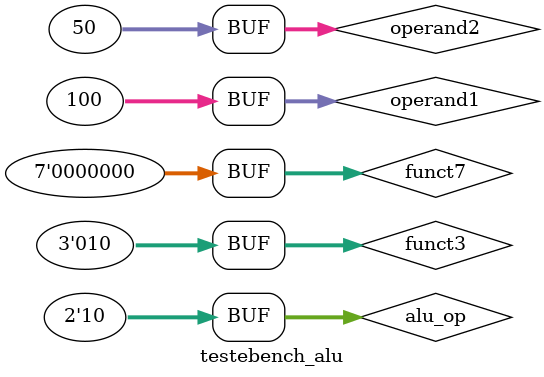
<source format=v>
`timescale 1ns / 1ps


module testebench_alu();
reg [1:0] alu_op;
reg [2:0] funct3; reg [6:0] funct7;
wire [3:0] operation;
reg [31:0] operand1, operand2; 
wire [31:0] result;
wire Z;

alu_cntrl dut(.alu_op(alu_op), 
              .funct3(funct3),
              .funct7(funct7), 
              .operation(operation),
              .operand1(operand1),
              .operand2(operand2),
              .result(result), .Z(Z));
              
          initial begin 
             operand1 = 32'd50; operand2 = 32'd50;
             alu_op = 2'b00; funct7 = 7'bxxxxxxx; funct3 = 3'bxxx;  #10; //add for lw & sw instruction
             alu_op = 2'b01; funct7 = 7'bxxxxxxx; funct3 = 3'bxxx;  #10; //subtract(branch on equal)
             alu_op = 2'b10; funct7 = 7'b0000000; funct3 = 3'b000;  #10;//add
             alu_op = 2'b10; funct7 = 7'b0100000; funct3 = 3'b000;  #10;//R-type subtract 
             alu_op = 2'b10; funct7 = 7'b0000000; funct3 = 3'b111;  operand1 = 32'b1; operand2 = 32'b0; #10;//R-type AND 
             alu_op = 2'b10; funct7 = 7'b0000000; funct3 = 3'b110;  #10;//R-type OR 
             alu_op = 2'b10; funct7 = 7'b0000000; funct3 = 3'b010;  operand1 = 32'd100; operand2 = 32'd50; #10;
          
          end 
    
endmodule

</source>
